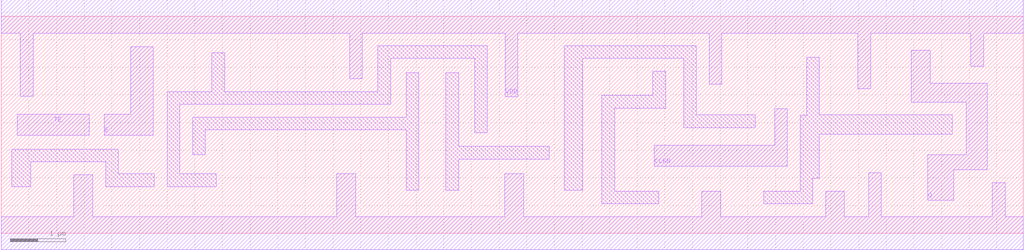
<source format=lef>
# Copyright 2022 GlobalFoundries PDK Authors
#
# Licensed under the Apache License, Version 2.0 (the "License");
# you may not use this file except in compliance with the License.
# You may obtain a copy of the License at
#
#      http://www.apache.org/licenses/LICENSE-2.0
#
# Unless required by applicable law or agreed to in writing, software
# distributed under the License is distributed on an "AS IS" BASIS,
# WITHOUT WARRANTIES OR CONDITIONS OF ANY KIND, either express or implied.
# See the License for the specific language governing permissions and
# limitations under the License.

MACRO gf180mcu_fd_sc_mcu7t5v0__icgtn_2
  CLASS core ;
  FOREIGN gf180mcu_fd_sc_mcu7t5v0__icgtn_2 0.0 0.0 ;
  ORIGIN 0 0 ;
  SYMMETRY X Y ;
  SITE GF018hv5v_mcu_sc7 ;
  SIZE 18.48 BY 3.92 ;
  PIN CLKN
    DIRECTION INPUT ;
    USE clock ;
    ANTENNAGATEAREA 1.725 ;
    PORT
      LAYER Metal1 ;
        POLYGON 11.81 1.21 14.215 1.21 14.215 2.25 13.985 2.25 13.985 1.59 11.81 1.59  ;
    END
  END CLKN
  PIN E
    DIRECTION INPUT ;
    ANTENNAGATEAREA 0.6995 ;
    PORT
      LAYER Metal1 ;
        POLYGON 1.865 1.77 2.75 1.77 2.75 3.37 2.34 3.37 2.34 2.15 1.865 2.15  ;
    END
  END E
  PIN TE
    DIRECTION INPUT ;
    ANTENNAGATEAREA 0.6995 ;
    PORT
      LAYER Metal1 ;
        POLYGON 0.29 1.77 1.59 1.77 1.59 2.15 0.29 2.15  ;
    END
  END TE
  PIN Q
    DIRECTION OUTPUT ;
    ANTENNADIFFAREA 0.962 ;
    PORT
      LAYER Metal1 ;
        POLYGON 16.455 2.37 17.19 2.37 17.45 2.37 17.45 1.415 16.75 1.415 16.75 0.6 17.22 0.6 17.22 1.145 17.83 1.145 17.83 2.71 17.19 2.71 16.795 2.71 16.795 3.305 16.455 3.305  ;
    END
  END Q
  PIN VDD
    DIRECTION INOUT ;
    USE power ;
    SHAPE ABUTMENT ;
    PORT
      LAYER Metal1 ;
        POLYGON 0 3.62 0.345 3.62 0.345 2.48 0.575 2.48 0.575 3.62 2.77 3.62 6.3 3.62 6.3 2.79 6.53 2.79 6.53 3.62 8.79 3.62 9.11 3.62 9.11 2.47 9.34 2.47 9.34 3.62 9.91 3.62 12.8 3.62 12.8 2.695 13.03 2.695 13.03 3.62 13.63 3.62 15.49 3.62 15.49 2.61 15.72 2.61 15.72 3.62 17.19 3.62 17.53 3.62 17.53 3.02 17.76 3.02 17.76 3.62 18.48 3.62 18.48 4.22 17.19 4.22 13.63 4.22 9.91 4.22 8.79 4.22 2.77 4.22 0 4.22  ;
    END
  END VDD
  PIN VSS
    DIRECTION INOUT ;
    USE ground ;
    SHAPE ABUTMENT ;
    PORT
      LAYER Metal1 ;
        POLYGON 0 -0.3 18.48 -0.3 18.48 0.3 18.15 0.3 18.15 0.915 17.92 0.915 17.92 0.3 15.91 0.3 15.91 1.09 15.68 1.09 15.68 0.3 15.245 0.3 15.245 0.76 14.905 0.76 14.905 0.3 13.005 0.3 13.005 0.76 12.665 0.76 12.665 0.3 9.445 0.3 9.445 1.075 9.105 1.075 9.105 0.3 6.405 0.3 6.405 1.075 6.065 1.075 6.065 0.3 1.65 0.3 1.65 1.06 1.31 1.06 1.31 0.3 0 0.3  ;
    END
  END VSS
  OBS
      LAYER Metal1 ;
        POLYGON 0.19 0.845 0.53 0.845 0.53 1.29 1.885 1.29 1.885 0.845 2.77 0.845 2.77 1.075 2.115 1.075 2.115 1.52 0.19 1.52  ;
        POLYGON 3.46 1.42 3.69 1.42 3.69 1.87 7.32 1.87 7.32 0.78 7.55 0.78 7.55 2.9 7.32 2.9 7.32 2.1 3.46 2.1  ;
        POLYGON 3.23 2.33 7.04 2.33 7.04 3.16 8.56 3.16 8.56 1.82 8.79 1.82 8.79 3.39 6.81 3.39 6.81 2.56 4.04 2.56 4.04 3.265 3.81 3.265 3.81 2.56 3 2.56 3 0.845 3.89 0.845 3.89 1.075 3.23 1.075  ;
        POLYGON 8.04 0.78 8.27 0.78 8.27 1.34 9.91 1.34 9.91 1.575 8.27 1.575 8.27 2.9 8.04 2.9  ;
        POLYGON 11.09 2.26 12.01 2.26 12.01 2.93 11.78 2.93 11.78 2.495 10.86 2.495 10.86 0.53 11.885 0.53 11.885 0.76 11.09 0.76  ;
        POLYGON 10.18 0.78 10.51 0.78 10.51 3.16 12.34 3.16 12.34 1.91 13.63 1.91 13.63 2.14 12.57 2.14 12.57 3.39 10.18 3.39  ;
        POLYGON 13.785 0.53 14.675 0.53 14.675 0.99 14.79 0.99 14.79 1.79 17.19 1.79 17.19 2.14 14.79 2.14 14.79 3.18 14.56 3.18 14.56 2.13 14.445 2.13 14.445 0.76 13.785 0.76  ;
  END
END gf180mcu_fd_sc_mcu7t5v0__icgtn_2

</source>
